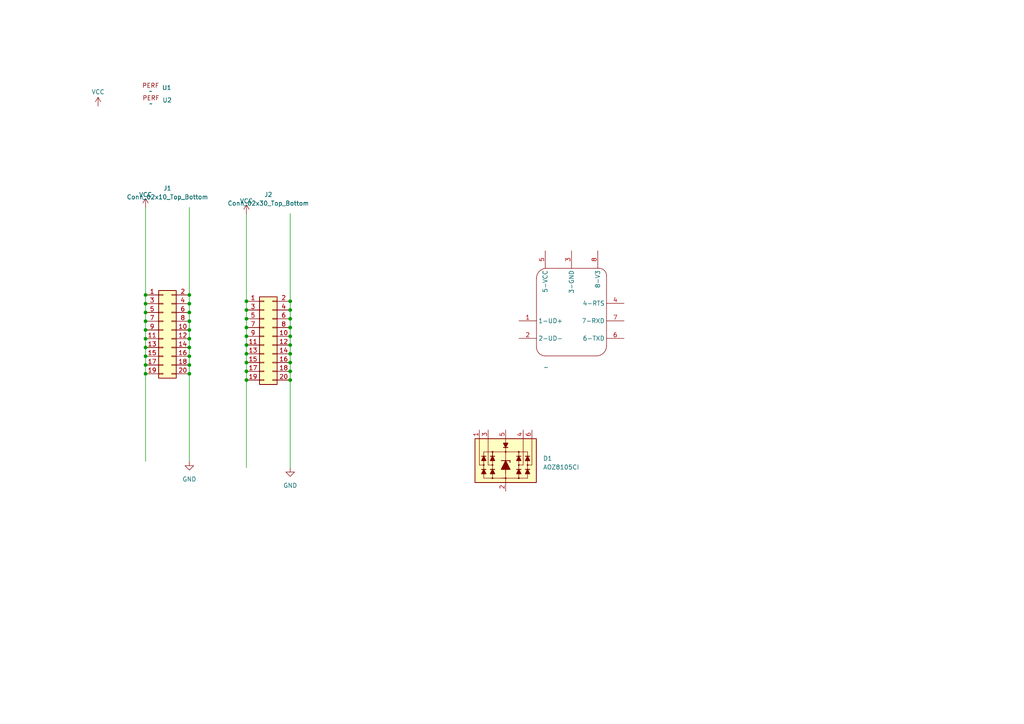
<source format=kicad_sch>
(kicad_sch (version 20230121) (generator eeschema)
  (paper "A4")
  (lib_symbols
    (symbol "Connector_Generic:Conn_02x10_Odd_Even" (pin_names (offset 1.016) hide)
      (property "Reference" "J" (at 1.27 12.7 0))
      (property "Value" "Conn_02x10_Odd_Even" (at 1.27 -15.24 0))
      (symbol "Conn_02x10_Odd_Even_1_1"
        (rectangle (start -1.27 -12.573) (end 0 -12.827) (stroke (width 0.1524)))
        (rectangle (start -1.27 -10.033) (end 0 -10.287) (stroke (width 0.1524)))
        (rectangle (start -1.27 -7.493) (end 0 -7.747) (stroke (width 0.1524)))
        (rectangle (start -1.27 -4.953) (end 0 -5.207) (stroke (width 0.1524)))
        (rectangle (start -1.27 -2.413) (end 0 -2.667) (stroke (width 0.1524)))
        (rectangle (start -1.27 0.127) (end 0 -0.127) (stroke (width 0.1524)))
        (rectangle (start -1.27 2.667) (end 0 2.413) (stroke (width 0.1524)))
        (rectangle (start -1.27 5.207) (end 0 4.953) (stroke (width 0.1524)))
        (rectangle (start -1.27 7.747) (end 0 7.493) (stroke (width 0.1524)))
        (rectangle (start -1.27 10.287) (end 0 10.033) (stroke (width 0.1524)))
        (rectangle (start -1.27 11.43) (end 3.81 -13.97) (stroke (width 0.254)) (fill (type background)))
        (rectangle (start 3.81 -12.573) (end 2.54 -12.827) (stroke (width 0.1524)))
        (rectangle (start 3.81 -10.033) (end 2.54 -10.287) (stroke (width 0.1524)))
        (rectangle (start 3.81 -7.493) (end 2.54 -7.747) (stroke (width 0.1524)))
        (rectangle (start 3.81 -4.953) (end 2.54 -5.207) (stroke (width 0.1524)))
        (rectangle (start 3.81 -2.413) (end 2.54 -2.667) (stroke (width 0.1524)))
        (rectangle (start 3.81 0.127) (end 2.54 -0.127) (stroke (width 0.1524)))
        (rectangle (start 3.81 2.667) (end 2.54 2.413) (stroke (width 0.1524)))
        (rectangle (start 3.81 5.207) (end 2.54 4.953) (stroke (width 0.1524)))
        (rectangle (start 3.81 7.747) (end 2.54 7.493) (stroke (width 0.1524)))
        (rectangle (start 3.81 10.287) (end 2.54 10.033) (stroke (width 0.1524)))
        (pin passive line (at -5.08 10.16 0) (length 3.81) (name "Pin_1") (number "1"))
        (pin passive line (at 7.62 0 180) (length 3.81) (name "Pin_10") (number "10"))
        (pin passive line (at -5.08 -2.54 0) (length 3.81) (name "Pin_11") (number "11"))
        (pin passive line (at 7.62 -2.54 180) (length 3.81) (name "Pin_12") (number "12"))
        (pin passive line (at -5.08 -5.08 0) (length 3.81) (name "Pin_13") (number "13"))
        (pin passive line (at 7.62 -5.08 180) (length 3.81) (name "Pin_14") (number "14"))
        (pin passive line (at -5.08 -7.62 0) (length 3.81) (name "Pin_15") (number "15"))
        (pin passive line (at 7.62 -7.62 180) (length 3.81) (name "Pin_16") (number "16"))
        (pin passive line (at -5.08 -10.16 0) (length 3.81) (name "Pin_17") (number "17"))
        (pin passive line (at 7.62 -10.16 180) (length 3.81) (name "Pin_18") (number "18"))
        (pin passive line (at -5.08 -12.7 0) (length 3.81) (name "Pin_19") (number "19"))
        (pin passive line (at 7.62 10.16 180) (length 3.81) (name "Pin_2") (number "2"))
        (pin passive line (at 7.62 -12.7 180) (length 3.81) (name "Pin_20") (number "20"))
        (pin passive line (at -5.08 7.62 0) (length 3.81) (name "Pin_3") (number "3"))
        (pin passive line (at 7.62 7.62 180) (length 3.81) (name "Pin_4") (number "4"))
        (pin passive line (at -5.08 5.08 0) (length 3.81) (name "Pin_5") (number "5"))
        (pin passive line (at 7.62 5.08 180) (length 3.81) (name "Pin_6") (number "6"))
        (pin passive line (at -5.08 2.54 0) (length 3.81) (name "Pin_7") (number "7"))
        (pin passive line (at 7.62 2.54 180) (length 3.81) (name "Pin_8") (number "8"))
        (pin passive line (at -5.08 0 0) (length 3.81) (name "Pin_9") (number "9"))
      )
    )
    (symbol "DPX_CONN:DPX_PERF"
      (property "Reference" "U" (at 0 0 0))
      (symbol "DPX_PERF_1_1"
        (text "PERF" (at 0 1.651 0) (effects (font (size 1.27 1.27))))
      )
    )
    (symbol "DPX_EXPORT_DUMP:CH340N"
      (symbol "CH340N_1_0"
        (arc (start -10.16 -10.16) (mid -9.4161 -11.9561) (end -7.62 -12.7) (stroke (width 0.1524)))
        (arc (start -7.246 12.7) (mid -9.3065 11.8465) (end -10.16 9.786) (stroke (width 0.1524)))
        (polyline (pts (xy -10.16 -10.16) (xy -10.16 9.786)) (stroke (width 0.1524)))
        (polyline (pts (xy -7.246 12.7) (xy 8.0101 12.7)) (stroke (width 0.1524)))
        (polyline (pts (xy 7.246 -12.7) (xy -7.62 -12.7)) (stroke (width 0.1524)))
        (polyline (pts (xy 10.16 10.5501) (xy 10.16 -9.786)) (stroke (width 0.1524)))
        (arc (start 7.246 -12.7) (mid 9.3065 -11.8465) (end 10.16 -9.786) (stroke (width 0.1524)))
        (arc (start 10.16 10.5501) (mid 9.5303 12.0703) (end 8.0101 12.7) (stroke (width 0.1524)))
        (pin bidirectional line (at -15.24 -2.54 0) (length 5.08) (name "1-UD+") (number "1"))
        (pin bidirectional line (at -15.24 -7.62 0) (length 5.08) (name "2-UD-") (number "2"))
        (pin bidirectional line (at 0 17.78 270) (length 5.08) (name "3-GND") (number "3"))
        (pin bidirectional line (at 15.24 2.54 180) (length 5.08) (name "4-RTS") (number "4"))
        (pin bidirectional line (at -7.62 17.78 270) (length 5.08) (name "5-VCC") (number "5"))
        (pin bidirectional line (at 15.24 -7.62 180) (length 5.08) (name "6-TXD") (number "6"))
        (pin bidirectional line (at 15.24 -2.54 180) (length 5.08) (name "7-RXD") (number "7"))
        (pin bidirectional line (at 7.62 17.78 270) (length 5.08) (name "8-V3") (number "8"))
      )
    )
    (symbol "PCM_Diode_TVS_AKL:AOZ8105CI" (pin_names (offset 1.016) hide)
      (property "Reference" "D" (at 10.16 1.27 0))
      (property "Value" "AOZ8105CI" (at 10.16 -1.27 0))
      (symbol "AOZ8105CI_0_1"
        (rectangle (start -8.89 6.35) (end 8.89 -6.35) (stroke (width 0.254)) (fill (type background)))
        (circle (center -3.81 -1.27) (radius 0.1778) (fill (type outline)))
        (polyline (pts (xy -5.715 -2.54) (xy -6.985 -2.54)) (stroke (width 0.254)))
        (polyline (pts (xy -5.715 1.27) (xy -6.985 1.27)) (stroke (width 0.254)))
        (polyline (pts (xy -5.08 -1.27) (xy -5.08 6.35)))
        (polyline (pts (xy -3.81 -2.54) (xy -3.81 0)))
        (polyline (pts (xy -3.81 -1.27) (xy -5.08 -1.27)))
        (polyline (pts (xy -3.175 -2.54) (xy -4.445 -2.54)) (stroke (width 0.254)))
        (polyline (pts (xy -3.175 1.27) (xy -4.445 1.27)) (stroke (width 0.254)))
        (polyline (pts (xy -0.635 3.81) (xy 0.635 3.81)) (stroke (width 0.254)))
        (polyline (pts (xy 0 -3.81) (xy 0 5.08)))
        (polyline (pts (xy 0 -2.54) (xy 0 -6.35)))
        (polyline (pts (xy 3.81 -2.54) (xy 3.81 0)))
        (polyline (pts (xy 3.81 -1.27) (xy 5.08 -1.27)))
        (polyline (pts (xy 3.81 2.54) (xy 6.35 2.54)) (stroke (width 0.1524)))
        (polyline (pts (xy 4.445 -2.54) (xy 3.175 -2.54)) (stroke (width 0.254)))
        (polyline (pts (xy 4.445 1.27) (xy 3.175 1.27)) (stroke (width 0.254)))
        (polyline (pts (xy 5.08 -1.27) (xy 5.08 6.35)))
        (polyline (pts (xy 6.35 2.54) (xy 6.35 -5.08)) (stroke (width 0.1524)))
        (polyline (pts (xy 6.985 -2.54) (xy 5.715 -2.54)) (stroke (width 0.254)))
        (polyline (pts (xy 6.985 1.27) (xy 5.715 1.27)) (stroke (width 0.254)))
        (polyline (pts (xy 6.35 -5.08) (xy -1.27 -5.08) (xy 0 -5.08)) (stroke (width 0.1524)))
        (polyline (pts (xy -6.35 -2.54) (xy -5.715 -3.81) (xy -6.985 -3.81) (xy -6.35 -2.54)) (stroke (width 0.254)) (fill (type outline)))
        (polyline (pts (xy -6.35 1.27) (xy -5.715 0) (xy -6.985 0) (xy -6.35 1.27)) (stroke (width 0.254)) (fill (type outline)))
        (polyline (pts (xy -3.81 -2.54) (xy -3.175 -3.81) (xy -4.445 -3.81) (xy -3.81 -2.54)) (stroke (width 0.254)) (fill (type outline)))
        (polyline (pts (xy -3.81 1.27) (xy -3.81 2.54) (xy 3.81 2.54) (xy 3.81 1.27)))
        (polyline (pts (xy -3.81 1.27) (xy -3.175 0) (xy -4.445 0) (xy -3.81 1.27)) (stroke (width 0.254)) (fill (type outline)))
        (polyline (pts (xy 0 -5.08) (xy -6.35 -5.08) (xy -6.35 2.54) (xy -3.81 2.54)))
        (polyline (pts (xy 0 3.81) (xy -0.635 5.08) (xy 0.635 5.08) (xy 0 3.81)) (stroke (width 0.254)) (fill (type outline)))
        (polyline (pts (xy 3.81 -2.54) (xy 4.445 -3.81) (xy 3.175 -3.81) (xy 3.81 -2.54)) (stroke (width 0.254)) (fill (type outline)))
        (polyline (pts (xy 3.81 1.27) (xy 4.445 0) (xy 3.175 0) (xy 3.81 1.27)) (stroke (width 0.254)) (fill (type outline)))
        (polyline (pts (xy 6.35 -2.54) (xy 6.985 -3.81) (xy 5.715 -3.81) (xy 6.35 -2.54)) (stroke (width 0.254)) (fill (type outline)))
        (polyline (pts (xy 6.35 1.27) (xy 6.985 0) (xy 5.715 0) (xy 6.35 1.27)) (stroke (width 0.254)) (fill (type outline)))
        (circle (center 0 2.54) (radius 0.1778) (fill (type outline)))
        (circle (center 3.81 -1.27) (radius 0.1778) (fill (type outline)))
      )
      (symbol "AOZ8105CI_1_1"
        (circle (center -6.35 -1.27) (radius 0.1778) (fill (type outline)))
        (circle (center -3.81 -5.08) (radius 0.1778) (fill (type outline)))
        (circle (center -3.81 2.54) (radius 0.1778) (fill (type outline)))
        (circle (center 0 -5.08) (radius 0.1778) (fill (type outline)))
        (polyline (pts (xy -7.62 -1.27) (xy -7.62 6.35)))
        (polyline (pts (xy -6.35 -1.27) (xy -7.62 -1.27)))
        (polyline (pts (xy -3.81 -5.08) (xy -3.81 -2.54)))
        (polyline (pts (xy -3.81 0) (xy -3.81 2.54)))
        (polyline (pts (xy -1.27 0) (xy 1.27 0)) (stroke (width 0.254)))
        (polyline (pts (xy 0 -2.54) (xy 0 0)))
        (polyline (pts (xy 0 6.35) (xy 0 3.81)))
        (polyline (pts (xy 1.27 0) (xy 1.27 -0.508)) (stroke (width 0.254)))
        (polyline (pts (xy 3.81 -5.08) (xy 3.81 -2.54)))
        (polyline (pts (xy 3.81 0) (xy 3.81 2.54)))
        (polyline (pts (xy 6.35 -1.27) (xy 7.62 -1.27)))
        (polyline (pts (xy 7.62 -1.27) (xy 7.62 6.35)))
        (polyline (pts (xy 1.27 -2.54) (xy -1.27 -2.54) (xy 0 0) (xy 1.27 -2.54)) (stroke (width 0.254)) (fill (type outline)))
        (circle (center 3.81 -5.08) (radius 0.1778) (fill (type outline)))
        (circle (center 3.81 2.54) (radius 0.1778) (fill (type outline)))
        (circle (center 6.35 -1.27) (radius 0.1778) (fill (type outline)))
        (pin passive line (at -7.62 8.89 270) (length 2.54) (name "L1") (number "1"))
        (pin passive line (at 0 -8.89 90) (length 2.54) (name "VN") (number "2"))
        (pin passive line (at -5.08 8.89 270) (length 2.54) (name "L2") (number "3"))
        (pin passive line (at 5.08 8.89 270) (length 2.54) (name "L3") (number "4"))
        (pin passive line (at 0 8.89 270) (length 2.54) (name "VP") (number "5"))
        (pin passive line (at 7.62 8.89 270) (length 2.54) (name "L4") (number "6"))
      )
    )
    (symbol "power:GND" (power) (pin_names (offset 0))
      (property "Value" "GND" (at 0 -3.81 0))
      (symbol "GND_0_1"
        (polyline (pts (xy 0 0) (xy 0 -1.27) (xy 1.27 -1.27) (xy 0 -2.54) (xy -1.27 -1.27) (xy 0 -1.27)))
      )
      (symbol "GND_1_1"
        (pin power_in line (at 0 0 270) (length 0) hide (name "GND") (number "1"))
      )
    )
    (symbol "power:VCC" (power) (pin_names (offset 0))
      (property "Value" "VCC" (at 0 3.81 0))
      (symbol "VCC_0_1"
        (polyline (pts (xy -0.762 1.27) (xy 0 2.54)))
        (polyline (pts (xy 0 0) (xy 0 2.54)))
        (polyline (pts (xy 0 2.54) (xy 0.762 1.27)))
      )
      (symbol "VCC_1_1"
        (pin power_in line (at 0 0 90) (length 0) hide (name "VCC") (number "1"))
      )
    )
  )
  (junction (at 54.9148 85.5472))
  (junction (at 42.2148 93.1672))
  (junction (at 71.4756 102.616))
  (junction (at 54.9148 103.3272))
  (junction (at 84.1756 107.696))
  (junction (at 54.9148 88.0872))
  (junction (at 71.4756 100.076))
  (junction (at 54.9148 90.6272))
  (junction (at 71.4756 110.236))
  (junction (at 42.2148 88.0872))
  (junction (at 84.1756 87.376))
  (junction (at 42.2148 98.2472))
  (junction (at 42.2148 105.8672))
  (junction (at 54.9148 105.8672))
  (junction (at 42.2148 100.7872))
  (junction (at 42.2148 95.7072))
  (junction (at 84.1756 92.456))
  (junction (at 71.4756 107.696))
  (junction (at 84.1756 105.156))
  (junction (at 42.2148 85.5472))
  (junction (at 42.2148 108.4072))
  (junction (at 54.9148 93.1672))
  (junction (at 54.9148 108.4072))
  (junction (at 84.1756 100.076))
  (junction (at 71.4756 97.536))
  (junction (at 84.1756 102.616))
  (junction (at 84.1756 94.996))
  (junction (at 84.1756 110.236))
  (junction (at 42.2148 103.3272))
  (junction (at 71.4756 94.996))
  (junction (at 71.4756 89.916))
  (junction (at 84.1756 89.916))
  (junction (at 54.9148 95.7072))
  (junction (at 54.9148 98.2472))
  (junction (at 71.4756 92.456))
  (junction (at 42.2148 90.6272))
  (junction (at 71.4756 87.376))
  (junction (at 84.1756 97.536))
  (junction (at 71.4756 105.156))
  (junction (at 54.9148 100.7872))
  (wire (pts (xy 54.9148 105.8672) (xy 54.9148 108.4072)))
  (wire (pts (xy 42.2148 88.0872) (xy 42.2148 90.6272)))
  (wire (pts (xy 54.9148 90.6272) (xy 54.9148 93.1672)))
  (wire (pts (xy 42.2148 90.6272) (xy 42.2148 93.1672)))
  (wire (pts (xy 71.4756 110.236) (xy 71.4756 135.636)))
  (wire (pts (xy 42.2148 95.7072) (xy 42.2148 98.2472)))
  (wire (pts (xy 42.2148 98.2472) (xy 42.2148 100.7872)))
  (wire (pts (xy 42.2148 60.1472) (xy 42.2148 85.5472)))
  (wire (pts (xy 71.4756 61.976) (xy 71.4756 87.376)))
  (wire (pts (xy 71.4756 107.696) (xy 71.4756 110.236)))
  (wire (pts (xy 84.1756 89.916) (xy 84.1756 92.456)))
  (wire (pts (xy 42.2148 105.8672) (xy 42.2148 108.4072)))
  (wire (pts (xy 84.1756 87.376) (xy 84.1756 89.916)))
  (wire (pts (xy 54.9148 88.0872) (xy 54.9148 90.6272)))
  (wire (pts (xy 84.1756 61.976) (xy 84.1756 87.376)))
  (wire (pts (xy 84.1756 100.076) (xy 84.1756 102.616)))
  (wire (pts (xy 84.1756 110.236) (xy 84.1756 135.636)))
  (wire (pts (xy 71.4756 102.616) (xy 71.4756 105.156)))
  (wire (pts (xy 84.1756 92.456) (xy 84.1756 94.996)))
  (wire (pts (xy 42.2148 108.4072) (xy 42.2148 133.8072)))
  (wire (pts (xy 71.4756 94.996) (xy 71.4756 97.536)))
  (wire (pts (xy 54.9148 93.1672) (xy 54.9148 95.7072)))
  (wire (pts (xy 42.2148 100.7872) (xy 42.2148 103.3272)))
  (wire (pts (xy 84.1756 102.616) (xy 84.1756 105.156)))
  (wire (pts (xy 54.9148 95.7072) (xy 54.9148 98.2472)))
  (wire (pts (xy 54.9148 85.5472) (xy 54.9148 88.0872)))
  (wire (pts (xy 71.4756 100.076) (xy 71.4756 102.616)))
  (wire (pts (xy 71.4756 105.156) (xy 71.4756 107.696)))
  (wire (pts (xy 54.9148 100.7872) (xy 54.9148 103.3272)))
  (wire (pts (xy 54.9148 103.3272) (xy 54.9148 105.8672)))
  (wire (pts (xy 42.2148 85.5472) (xy 42.2148 88.0872)))
  (wire (pts (xy 54.9148 60.1472) (xy 54.9148 85.5472)))
  (wire (pts (xy 71.4756 89.916) (xy 71.4756 92.456)))
  (wire (pts (xy 84.1756 97.536) (xy 84.1756 100.076)))
  (wire (pts (xy 84.1756 107.696) (xy 84.1756 110.236)))
  (wire (pts (xy 71.4756 87.376) (xy 71.4756 89.916)))
  (wire (pts (xy 84.1756 105.156) (xy 84.1756 107.696)))
  (wire (pts (xy 42.2148 103.3272) (xy 42.2148 105.8672)))
  (wire (pts (xy 54.9148 108.4072) (xy 54.9148 133.8072)))
  (wire (pts (xy 71.4756 97.536) (xy 71.4756 100.076)))
  (wire (pts (xy 71.4756 92.456) (xy 71.4756 94.996)))
  (wire (pts (xy 42.2148 93.1672) (xy 42.2148 95.7072)))
  (wire (pts (xy 54.9148 98.2472) (xy 54.9148 100.7872)))
  (wire (pts (xy 84.1756 94.996) (xy 84.1756 97.536)))
  (symbol (lib_id "DPX_CONN:DPX_PERF") (at 43.7896 30.0736 0) (unit 1)
    (property "Reference" "U2" (at 47.0916 29.0576 0) (effects (justify left)))
    (property "Value" "~" (at 43.7896 30.0736 0))
    (property "Footprint" "DPX_CONN:DPX_PROTOBOARD-5x5" (effects hide))
  )
  (symbol (lib_id "power:VCC") (at 71.4756 61.976 0) (unit 1)
    (property "Reference" "#PWR04" (effects hide))
    (property "Value" "VCC" (at 71.4756 58.3184 0))
  )
  (symbol (lib_id "Connector_Generic:Conn_02x10_Odd_Even") (at 76.5556 97.536 0) (unit 1)
    (property "Reference" "J2" (at 77.8256 56.4388 0))
    (property "Value" "Conn_02x30_Top_Bottom" (at 77.8256 58.9788 0))
    (property "Footprint" "DPX_CONN:dpx-02x15-nosilk" (effects hide))
  )
  (symbol (lib_id "DPX_CONN:DPX_PERF") (at 43.688 26.4668 0) (unit 1)
    (property "Reference" "U1" (at 46.99 25.4508 0) (effects (justify left)))
    (property "Value" "~" (at 43.688 26.4668 0))
    (property "Footprint" "DPX_CONN:DPX_PROTOBOARD-5x5" (effects hide))
  )
  (symbol (lib_id "power:VCC") (at 42.2148 60.1472 0) (unit 1)
    (property "Reference" "#PWR03" (effects hide))
    (property "Value" "VCC" (at 42.2148 56.4896 0))
  )
  (symbol (lib_id "power:GND") (at 54.9148 133.8072 0) (unit 1)
    (property "Reference" "#PWR02" (effects hide))
    (property "Value" "GND" (at 54.9148 138.9888 0))
  )
  (symbol (lib_id "DPX_EXPORT_DUMP:CH340N") (at 165.7604 90.5256 0) (unit 1)
    (property "Reference" "1" (effects hide))
    (property "Value" "~" (at 157.6324 107.5436 0) (effects (font (size 1.778 1.778)) (justify left bottom)))
    (property "Footprint" "ARTISTS_BLINKY_v2dot0-charlie:SOIC127P600X144-8" (effects hide))
  )
  (symbol (lib_id "Connector_Generic:Conn_02x10_Odd_Even") (at 47.2948 95.7072 0) (unit 1)
    (property "Reference" "J1" (at 48.5648 54.61 0))
    (property "Value" "Conn_02x10_Top_Bottom" (at 48.5648 57.15 0))
    (property "Footprint" "DPX_CONN:dpx-02x15-nosilk" (effects hide))
  )
  (symbol (lib_id "power:GND") (at 84.1756 135.636 0) (unit 1)
    (property "Reference" "#PWR05" (effects hide))
    (property "Value" "GND" (at 84.1756 140.8176 0))
  )
  (symbol (lib_id "PCM_Diode_TVS_AKL:AOZ8105CI") (at 146.6596 133.604 0) (unit 1)
    (property "Reference" "D1" (at 157.48 132.969 0) (effects (justify left)))
    (property "Value" "AOZ8105CI" (at 157.48 135.509 0) (effects (justify left)))
    (property "Footprint" "Package_TO_SOT_SMD_AKL:SOT-23-6" (effects hide))
    (property "Datasheet" "https://www.tme.eu/Document/9921b12e994de30f1deda76293472a29/AOZ8105CI-DTE.pdf" (effects hide))
  )
  (symbol (lib_id "power:VCC") (at 28.448 30.7848 0) (unit 1)
    (property "Reference" "#PWR01" (effects hide))
    (property "Value" "VCC" (at 28.448 26.67 0))
  )
)
</source>
